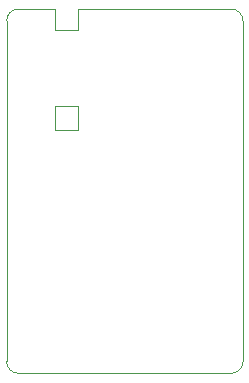
<source format=gbr>
%TF.GenerationSoftware,KiCad,Pcbnew,(6.0.6-0)*%
%TF.CreationDate,2022-07-06T00:09:10-04:00*%
%TF.ProjectId,PS2VGA Plug PCB,50533256-4741-4205-906c-756720504342,rev?*%
%TF.SameCoordinates,Original*%
%TF.FileFunction,Profile,NP*%
%FSLAX46Y46*%
G04 Gerber Fmt 4.6, Leading zero omitted, Abs format (unit mm)*
G04 Created by KiCad (PCBNEW (6.0.6-0)) date 2022-07-06 00:09:10*
%MOMM*%
%LPD*%
G01*
G04 APERTURE LIST*
%TA.AperFunction,Profile*%
%ADD10C,0.100000*%
%TD*%
G04 APERTURE END LIST*
D10*
X144580000Y-98440000D02*
X146580000Y-98440000D01*
X144580000Y-100440000D02*
X144580000Y-98440000D01*
X146580000Y-100440000D02*
X144580000Y-100440000D01*
X146580000Y-98440000D02*
X146580000Y-100440000D01*
X146570000Y-91980000D02*
X146570000Y-90230000D01*
X146570000Y-90230000D02*
X159510000Y-90228751D01*
X144590000Y-90230000D02*
X144590000Y-91980000D01*
X159510000Y-121061249D02*
G75*
G03*
X160511249Y-120060000I0J1001249D01*
G01*
X141490000Y-90228751D02*
X144590000Y-90230000D01*
X159510000Y-121061249D02*
X141490000Y-121061249D01*
X160511249Y-91230000D02*
X160511249Y-120060000D01*
X141490000Y-90228751D02*
G75*
G03*
X140488751Y-91230000I0J-1001249D01*
G01*
X140488751Y-120060000D02*
X140488751Y-91230000D01*
X144590000Y-91980000D02*
X146570000Y-91980000D01*
X160511249Y-91230000D02*
G75*
G03*
X159510000Y-90228751I-1001249J0D01*
G01*
X140488751Y-120060000D02*
G75*
G03*
X141490000Y-121061249I1001249J0D01*
G01*
M02*

</source>
